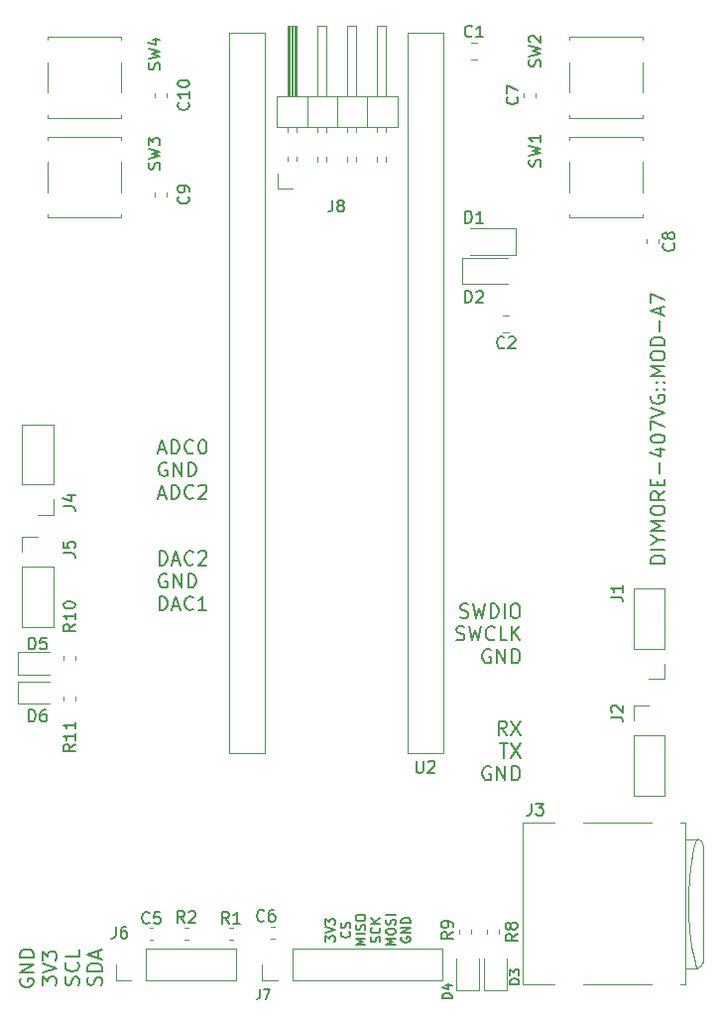
<source format=gbr>
G04 #@! TF.GenerationSoftware,KiCad,Pcbnew,(5.99.0-2378-g637571e0b-dirty)*
G04 #@! TF.CreationDate,2020-07-24T22:12:36+02:00*
G04 #@! TF.ProjectId,stm32f4_fpga,73746d33-3266-4345-9f66-7067612e6b69,rev?*
G04 #@! TF.SameCoordinates,Original*
G04 #@! TF.FileFunction,Legend,Top*
G04 #@! TF.FilePolarity,Positive*
%FSLAX46Y46*%
G04 Gerber Fmt 4.6, Leading zero omitted, Abs format (unit mm)*
G04 Created by KiCad (PCBNEW (5.99.0-2378-g637571e0b-dirty)) date 2020-07-24 22:12:36*
%MOMM*%
%LPD*%
G01*
G04 APERTURE LIST*
%ADD10C,0.150000*%
%ADD11C,0.200000*%
%ADD12C,0.120000*%
G04 APERTURE END LIST*
D10*
X146091904Y-86240476D02*
X146091904Y-85745238D01*
X146396666Y-86011904D01*
X146396666Y-85897619D01*
X146434761Y-85821428D01*
X146472857Y-85783333D01*
X146549047Y-85745238D01*
X146739523Y-85745238D01*
X146815714Y-85783333D01*
X146853809Y-85821428D01*
X146891904Y-85897619D01*
X146891904Y-86126190D01*
X146853809Y-86202380D01*
X146815714Y-86240476D01*
X146091904Y-85516666D02*
X146891904Y-85250000D01*
X146091904Y-84983333D01*
X146091904Y-84792857D02*
X146091904Y-84297619D01*
X146396666Y-84564285D01*
X146396666Y-84450000D01*
X146434761Y-84373809D01*
X146472857Y-84335714D01*
X146549047Y-84297619D01*
X146739523Y-84297619D01*
X146815714Y-84335714D01*
X146853809Y-84373809D01*
X146891904Y-84450000D01*
X146891904Y-84678571D01*
X146853809Y-84754761D01*
X146815714Y-84792857D01*
X148103714Y-85383333D02*
X148141809Y-85421428D01*
X148179904Y-85535714D01*
X148179904Y-85611904D01*
X148141809Y-85726190D01*
X148065619Y-85802380D01*
X147989428Y-85840476D01*
X147837047Y-85878571D01*
X147722761Y-85878571D01*
X147570380Y-85840476D01*
X147494190Y-85802380D01*
X147418000Y-85726190D01*
X147379904Y-85611904D01*
X147379904Y-85535714D01*
X147418000Y-85421428D01*
X147456095Y-85383333D01*
X148141809Y-85078571D02*
X148179904Y-84964285D01*
X148179904Y-84773809D01*
X148141809Y-84697619D01*
X148103714Y-84659523D01*
X148027523Y-84621428D01*
X147951333Y-84621428D01*
X147875142Y-84659523D01*
X147837047Y-84697619D01*
X147798952Y-84773809D01*
X147760857Y-84926190D01*
X147722761Y-85002380D01*
X147684666Y-85040476D01*
X147608476Y-85078571D01*
X147532285Y-85078571D01*
X147456095Y-85040476D01*
X147418000Y-85002380D01*
X147379904Y-84926190D01*
X147379904Y-84735714D01*
X147418000Y-84621428D01*
X149467904Y-86507142D02*
X148667904Y-86507142D01*
X149239333Y-86240476D01*
X148667904Y-85973809D01*
X149467904Y-85973809D01*
X149467904Y-85592857D02*
X148667904Y-85592857D01*
X149429809Y-85250000D02*
X149467904Y-85135714D01*
X149467904Y-84945238D01*
X149429809Y-84869047D01*
X149391714Y-84830952D01*
X149315523Y-84792857D01*
X149239333Y-84792857D01*
X149163142Y-84830952D01*
X149125047Y-84869047D01*
X149086952Y-84945238D01*
X149048857Y-85097619D01*
X149010761Y-85173809D01*
X148972666Y-85211904D01*
X148896476Y-85250000D01*
X148820285Y-85250000D01*
X148744095Y-85211904D01*
X148706000Y-85173809D01*
X148667904Y-85097619D01*
X148667904Y-84907142D01*
X148706000Y-84792857D01*
X148667904Y-84297619D02*
X148667904Y-84145238D01*
X148706000Y-84069047D01*
X148782190Y-83992857D01*
X148934571Y-83954761D01*
X149201238Y-83954761D01*
X149353619Y-83992857D01*
X149429809Y-84069047D01*
X149467904Y-84145238D01*
X149467904Y-84297619D01*
X149429809Y-84373809D01*
X149353619Y-84450000D01*
X149201238Y-84488095D01*
X148934571Y-84488095D01*
X148782190Y-84450000D01*
X148706000Y-84373809D01*
X148667904Y-84297619D01*
X150717809Y-86278571D02*
X150755904Y-86164285D01*
X150755904Y-85973809D01*
X150717809Y-85897619D01*
X150679714Y-85859523D01*
X150603523Y-85821428D01*
X150527333Y-85821428D01*
X150451142Y-85859523D01*
X150413047Y-85897619D01*
X150374952Y-85973809D01*
X150336857Y-86126190D01*
X150298761Y-86202380D01*
X150260666Y-86240476D01*
X150184476Y-86278571D01*
X150108285Y-86278571D01*
X150032095Y-86240476D01*
X149994000Y-86202380D01*
X149955904Y-86126190D01*
X149955904Y-85935714D01*
X149994000Y-85821428D01*
X150679714Y-85021428D02*
X150717809Y-85059523D01*
X150755904Y-85173809D01*
X150755904Y-85250000D01*
X150717809Y-85364285D01*
X150641619Y-85440476D01*
X150565428Y-85478571D01*
X150413047Y-85516666D01*
X150298761Y-85516666D01*
X150146380Y-85478571D01*
X150070190Y-85440476D01*
X149994000Y-85364285D01*
X149955904Y-85250000D01*
X149955904Y-85173809D01*
X149994000Y-85059523D01*
X150032095Y-85021428D01*
X150755904Y-84678571D02*
X149955904Y-84678571D01*
X150755904Y-84221428D02*
X150298761Y-84564285D01*
X149955904Y-84221428D02*
X150413047Y-84678571D01*
X152043904Y-86507142D02*
X151243904Y-86507142D01*
X151815333Y-86240476D01*
X151243904Y-85973809D01*
X152043904Y-85973809D01*
X151243904Y-85440476D02*
X151243904Y-85288095D01*
X151282000Y-85211904D01*
X151358190Y-85135714D01*
X151510571Y-85097619D01*
X151777238Y-85097619D01*
X151929619Y-85135714D01*
X152005809Y-85211904D01*
X152043904Y-85288095D01*
X152043904Y-85440476D01*
X152005809Y-85516666D01*
X151929619Y-85592857D01*
X151777238Y-85630952D01*
X151510571Y-85630952D01*
X151358190Y-85592857D01*
X151282000Y-85516666D01*
X151243904Y-85440476D01*
X152005809Y-84792857D02*
X152043904Y-84678571D01*
X152043904Y-84488095D01*
X152005809Y-84411904D01*
X151967714Y-84373809D01*
X151891523Y-84335714D01*
X151815333Y-84335714D01*
X151739142Y-84373809D01*
X151701047Y-84411904D01*
X151662952Y-84488095D01*
X151624857Y-84640476D01*
X151586761Y-84716666D01*
X151548666Y-84754761D01*
X151472476Y-84792857D01*
X151396285Y-84792857D01*
X151320095Y-84754761D01*
X151282000Y-84716666D01*
X151243904Y-84640476D01*
X151243904Y-84450000D01*
X151282000Y-84335714D01*
X152043904Y-83992857D02*
X151243904Y-83992857D01*
X152570000Y-85859523D02*
X152531904Y-85935714D01*
X152531904Y-86050000D01*
X152570000Y-86164285D01*
X152646190Y-86240476D01*
X152722380Y-86278571D01*
X152874761Y-86316666D01*
X152989047Y-86316666D01*
X153141428Y-86278571D01*
X153217619Y-86240476D01*
X153293809Y-86164285D01*
X153331904Y-86050000D01*
X153331904Y-85973809D01*
X153293809Y-85859523D01*
X153255714Y-85821428D01*
X152989047Y-85821428D01*
X152989047Y-85973809D01*
X153331904Y-85478571D02*
X152531904Y-85478571D01*
X153331904Y-85021428D01*
X152531904Y-85021428D01*
X153331904Y-84640476D02*
X152531904Y-84640476D01*
X152531904Y-84450000D01*
X152570000Y-84335714D01*
X152646190Y-84259523D01*
X152722380Y-84221428D01*
X152874761Y-84183333D01*
X152989047Y-84183333D01*
X153141428Y-84221428D01*
X153217619Y-84259523D01*
X153293809Y-84335714D01*
X153331904Y-84450000D01*
X153331904Y-84640476D01*
X120036000Y-89414285D02*
X119978857Y-89528571D01*
X119978857Y-89700000D01*
X120036000Y-89871428D01*
X120150285Y-89985714D01*
X120264571Y-90042857D01*
X120493142Y-90100000D01*
X120664571Y-90100000D01*
X120893142Y-90042857D01*
X121007428Y-89985714D01*
X121121714Y-89871428D01*
X121178857Y-89700000D01*
X121178857Y-89585714D01*
X121121714Y-89414285D01*
X121064571Y-89357142D01*
X120664571Y-89357142D01*
X120664571Y-89585714D01*
X121178857Y-88842857D02*
X119978857Y-88842857D01*
X121178857Y-88157142D01*
X119978857Y-88157142D01*
X121178857Y-87585714D02*
X119978857Y-87585714D01*
X119978857Y-87300000D01*
X120036000Y-87128571D01*
X120150285Y-87014285D01*
X120264571Y-86957142D01*
X120493142Y-86900000D01*
X120664571Y-86900000D01*
X120893142Y-86957142D01*
X121007428Y-87014285D01*
X121121714Y-87128571D01*
X121178857Y-87300000D01*
X121178857Y-87585714D01*
X121910857Y-89985714D02*
X121910857Y-89242857D01*
X122368000Y-89642857D01*
X122368000Y-89471428D01*
X122425142Y-89357142D01*
X122482285Y-89300000D01*
X122596571Y-89242857D01*
X122882285Y-89242857D01*
X122996571Y-89300000D01*
X123053714Y-89357142D01*
X123110857Y-89471428D01*
X123110857Y-89814285D01*
X123053714Y-89928571D01*
X122996571Y-89985714D01*
X121910857Y-88900000D02*
X123110857Y-88500000D01*
X121910857Y-88100000D01*
X121910857Y-87814285D02*
X121910857Y-87071428D01*
X122368000Y-87471428D01*
X122368000Y-87300000D01*
X122425142Y-87185714D01*
X122482285Y-87128571D01*
X122596571Y-87071428D01*
X122882285Y-87071428D01*
X122996571Y-87128571D01*
X123053714Y-87185714D01*
X123110857Y-87300000D01*
X123110857Y-87642857D01*
X123053714Y-87757142D01*
X122996571Y-87814285D01*
X124985714Y-89928571D02*
X125042857Y-89757142D01*
X125042857Y-89471428D01*
X124985714Y-89357142D01*
X124928571Y-89300000D01*
X124814285Y-89242857D01*
X124700000Y-89242857D01*
X124585714Y-89300000D01*
X124528571Y-89357142D01*
X124471428Y-89471428D01*
X124414285Y-89700000D01*
X124357142Y-89814285D01*
X124300000Y-89871428D01*
X124185714Y-89928571D01*
X124071428Y-89928571D01*
X123957142Y-89871428D01*
X123900000Y-89814285D01*
X123842857Y-89700000D01*
X123842857Y-89414285D01*
X123900000Y-89242857D01*
X124928571Y-88042857D02*
X124985714Y-88100000D01*
X125042857Y-88271428D01*
X125042857Y-88385714D01*
X124985714Y-88557142D01*
X124871428Y-88671428D01*
X124757142Y-88728571D01*
X124528571Y-88785714D01*
X124357142Y-88785714D01*
X124128571Y-88728571D01*
X124014285Y-88671428D01*
X123900000Y-88557142D01*
X123842857Y-88385714D01*
X123842857Y-88271428D01*
X123900000Y-88100000D01*
X123957142Y-88042857D01*
X125042857Y-86957142D02*
X125042857Y-87528571D01*
X123842857Y-87528571D01*
X126917714Y-89957142D02*
X126974857Y-89785714D01*
X126974857Y-89500000D01*
X126917714Y-89385714D01*
X126860571Y-89328571D01*
X126746285Y-89271428D01*
X126632000Y-89271428D01*
X126517714Y-89328571D01*
X126460571Y-89385714D01*
X126403428Y-89500000D01*
X126346285Y-89728571D01*
X126289142Y-89842857D01*
X126232000Y-89900000D01*
X126117714Y-89957142D01*
X126003428Y-89957142D01*
X125889142Y-89900000D01*
X125832000Y-89842857D01*
X125774857Y-89728571D01*
X125774857Y-89442857D01*
X125832000Y-89271428D01*
X126974857Y-88757142D02*
X125774857Y-88757142D01*
X125774857Y-88471428D01*
X125832000Y-88300000D01*
X125946285Y-88185714D01*
X126060571Y-88128571D01*
X126289142Y-88071428D01*
X126460571Y-88071428D01*
X126689142Y-88128571D01*
X126803428Y-88185714D01*
X126917714Y-88300000D01*
X126974857Y-88471428D01*
X126974857Y-88757142D01*
X126632000Y-87614285D02*
X126632000Y-87042857D01*
X126974857Y-87728571D02*
X125774857Y-87328571D01*
X126974857Y-86928571D01*
X131826071Y-44268000D02*
X132397500Y-44268000D01*
X131711785Y-44610857D02*
X132111785Y-43410857D01*
X132511785Y-44610857D01*
X132911785Y-44610857D02*
X132911785Y-43410857D01*
X133197500Y-43410857D01*
X133368928Y-43468000D01*
X133483214Y-43582285D01*
X133540357Y-43696571D01*
X133597500Y-43925142D01*
X133597500Y-44096571D01*
X133540357Y-44325142D01*
X133483214Y-44439428D01*
X133368928Y-44553714D01*
X133197500Y-44610857D01*
X132911785Y-44610857D01*
X134797500Y-44496571D02*
X134740357Y-44553714D01*
X134568928Y-44610857D01*
X134454642Y-44610857D01*
X134283214Y-44553714D01*
X134168928Y-44439428D01*
X134111785Y-44325142D01*
X134054642Y-44096571D01*
X134054642Y-43925142D01*
X134111785Y-43696571D01*
X134168928Y-43582285D01*
X134283214Y-43468000D01*
X134454642Y-43410857D01*
X134568928Y-43410857D01*
X134740357Y-43468000D01*
X134797500Y-43525142D01*
X135540357Y-43410857D02*
X135654642Y-43410857D01*
X135768928Y-43468000D01*
X135826071Y-43525142D01*
X135883214Y-43639428D01*
X135940357Y-43868000D01*
X135940357Y-44153714D01*
X135883214Y-44382285D01*
X135826071Y-44496571D01*
X135768928Y-44553714D01*
X135654642Y-44610857D01*
X135540357Y-44610857D01*
X135426071Y-44553714D01*
X135368928Y-44496571D01*
X135311785Y-44382285D01*
X135254642Y-44153714D01*
X135254642Y-43868000D01*
X135311785Y-43639428D01*
X135368928Y-43525142D01*
X135426071Y-43468000D01*
X135540357Y-43410857D01*
X132511785Y-45400000D02*
X132397500Y-45342857D01*
X132226071Y-45342857D01*
X132054642Y-45400000D01*
X131940357Y-45514285D01*
X131883214Y-45628571D01*
X131826071Y-45857142D01*
X131826071Y-46028571D01*
X131883214Y-46257142D01*
X131940357Y-46371428D01*
X132054642Y-46485714D01*
X132226071Y-46542857D01*
X132340357Y-46542857D01*
X132511785Y-46485714D01*
X132568928Y-46428571D01*
X132568928Y-46028571D01*
X132340357Y-46028571D01*
X133083214Y-46542857D02*
X133083214Y-45342857D01*
X133768928Y-46542857D01*
X133768928Y-45342857D01*
X134340357Y-46542857D02*
X134340357Y-45342857D01*
X134626071Y-45342857D01*
X134797500Y-45400000D01*
X134911785Y-45514285D01*
X134968928Y-45628571D01*
X135026071Y-45857142D01*
X135026071Y-46028571D01*
X134968928Y-46257142D01*
X134911785Y-46371428D01*
X134797500Y-46485714D01*
X134626071Y-46542857D01*
X134340357Y-46542857D01*
X131826071Y-48132000D02*
X132397500Y-48132000D01*
X131711785Y-48474857D02*
X132111785Y-47274857D01*
X132511785Y-48474857D01*
X132911785Y-48474857D02*
X132911785Y-47274857D01*
X133197500Y-47274857D01*
X133368928Y-47332000D01*
X133483214Y-47446285D01*
X133540357Y-47560571D01*
X133597500Y-47789142D01*
X133597500Y-47960571D01*
X133540357Y-48189142D01*
X133483214Y-48303428D01*
X133368928Y-48417714D01*
X133197500Y-48474857D01*
X132911785Y-48474857D01*
X134797500Y-48360571D02*
X134740357Y-48417714D01*
X134568928Y-48474857D01*
X134454642Y-48474857D01*
X134283214Y-48417714D01*
X134168928Y-48303428D01*
X134111785Y-48189142D01*
X134054642Y-47960571D01*
X134054642Y-47789142D01*
X134111785Y-47560571D01*
X134168928Y-47446285D01*
X134283214Y-47332000D01*
X134454642Y-47274857D01*
X134568928Y-47274857D01*
X134740357Y-47332000D01*
X134797500Y-47389142D01*
X135254642Y-47389142D02*
X135311785Y-47332000D01*
X135426071Y-47274857D01*
X135711785Y-47274857D01*
X135826071Y-47332000D01*
X135883214Y-47389142D01*
X135940357Y-47503428D01*
X135940357Y-47617714D01*
X135883214Y-47789142D01*
X135197500Y-48474857D01*
X135940357Y-48474857D01*
X131883214Y-54110857D02*
X131883214Y-52910857D01*
X132168928Y-52910857D01*
X132340357Y-52968000D01*
X132454642Y-53082285D01*
X132511785Y-53196571D01*
X132568928Y-53425142D01*
X132568928Y-53596571D01*
X132511785Y-53825142D01*
X132454642Y-53939428D01*
X132340357Y-54053714D01*
X132168928Y-54110857D01*
X131883214Y-54110857D01*
X133026071Y-53768000D02*
X133597500Y-53768000D01*
X132911785Y-54110857D02*
X133311785Y-52910857D01*
X133711785Y-54110857D01*
X134797500Y-53996571D02*
X134740357Y-54053714D01*
X134568928Y-54110857D01*
X134454642Y-54110857D01*
X134283214Y-54053714D01*
X134168928Y-53939428D01*
X134111785Y-53825142D01*
X134054642Y-53596571D01*
X134054642Y-53425142D01*
X134111785Y-53196571D01*
X134168928Y-53082285D01*
X134283214Y-52968000D01*
X134454642Y-52910857D01*
X134568928Y-52910857D01*
X134740357Y-52968000D01*
X134797500Y-53025142D01*
X135254642Y-53025142D02*
X135311785Y-52968000D01*
X135426071Y-52910857D01*
X135711785Y-52910857D01*
X135826071Y-52968000D01*
X135883214Y-53025142D01*
X135940357Y-53139428D01*
X135940357Y-53253714D01*
X135883214Y-53425142D01*
X135197500Y-54110857D01*
X135940357Y-54110857D01*
X132511785Y-54900000D02*
X132397500Y-54842857D01*
X132226071Y-54842857D01*
X132054642Y-54900000D01*
X131940357Y-55014285D01*
X131883214Y-55128571D01*
X131826071Y-55357142D01*
X131826071Y-55528571D01*
X131883214Y-55757142D01*
X131940357Y-55871428D01*
X132054642Y-55985714D01*
X132226071Y-56042857D01*
X132340357Y-56042857D01*
X132511785Y-55985714D01*
X132568928Y-55928571D01*
X132568928Y-55528571D01*
X132340357Y-55528571D01*
X133083214Y-56042857D02*
X133083214Y-54842857D01*
X133768928Y-56042857D01*
X133768928Y-54842857D01*
X134340357Y-56042857D02*
X134340357Y-54842857D01*
X134626071Y-54842857D01*
X134797500Y-54900000D01*
X134911785Y-55014285D01*
X134968928Y-55128571D01*
X135026071Y-55357142D01*
X135026071Y-55528571D01*
X134968928Y-55757142D01*
X134911785Y-55871428D01*
X134797500Y-55985714D01*
X134626071Y-56042857D01*
X134340357Y-56042857D01*
X131883214Y-57974857D02*
X131883214Y-56774857D01*
X132168928Y-56774857D01*
X132340357Y-56832000D01*
X132454642Y-56946285D01*
X132511785Y-57060571D01*
X132568928Y-57289142D01*
X132568928Y-57460571D01*
X132511785Y-57689142D01*
X132454642Y-57803428D01*
X132340357Y-57917714D01*
X132168928Y-57974857D01*
X131883214Y-57974857D01*
X133026071Y-57632000D02*
X133597500Y-57632000D01*
X132911785Y-57974857D02*
X133311785Y-56774857D01*
X133711785Y-57974857D01*
X134797500Y-57860571D02*
X134740357Y-57917714D01*
X134568928Y-57974857D01*
X134454642Y-57974857D01*
X134283214Y-57917714D01*
X134168928Y-57803428D01*
X134111785Y-57689142D01*
X134054642Y-57460571D01*
X134054642Y-57289142D01*
X134111785Y-57060571D01*
X134168928Y-56946285D01*
X134283214Y-56832000D01*
X134454642Y-56774857D01*
X134568928Y-56774857D01*
X134740357Y-56832000D01*
X134797500Y-56889142D01*
X135940357Y-57974857D02*
X135254642Y-57974857D01*
X135597500Y-57974857D02*
X135597500Y-56774857D01*
X135483214Y-56946285D01*
X135368928Y-57060571D01*
X135254642Y-57117714D01*
X157588214Y-58553714D02*
X157759642Y-58610857D01*
X158045357Y-58610857D01*
X158159642Y-58553714D01*
X158216785Y-58496571D01*
X158273928Y-58382285D01*
X158273928Y-58268000D01*
X158216785Y-58153714D01*
X158159642Y-58096571D01*
X158045357Y-58039428D01*
X157816785Y-57982285D01*
X157702500Y-57925142D01*
X157645357Y-57868000D01*
X157588214Y-57753714D01*
X157588214Y-57639428D01*
X157645357Y-57525142D01*
X157702500Y-57468000D01*
X157816785Y-57410857D01*
X158102500Y-57410857D01*
X158273928Y-57468000D01*
X158673928Y-57410857D02*
X158959642Y-58610857D01*
X159188214Y-57753714D01*
X159416785Y-58610857D01*
X159702500Y-57410857D01*
X160159642Y-58610857D02*
X160159642Y-57410857D01*
X160445357Y-57410857D01*
X160616785Y-57468000D01*
X160731071Y-57582285D01*
X160788214Y-57696571D01*
X160845357Y-57925142D01*
X160845357Y-58096571D01*
X160788214Y-58325142D01*
X160731071Y-58439428D01*
X160616785Y-58553714D01*
X160445357Y-58610857D01*
X160159642Y-58610857D01*
X161359642Y-58610857D02*
X161359642Y-57410857D01*
X162159642Y-57410857D02*
X162388214Y-57410857D01*
X162502500Y-57468000D01*
X162616785Y-57582285D01*
X162673928Y-57810857D01*
X162673928Y-58210857D01*
X162616785Y-58439428D01*
X162502500Y-58553714D01*
X162388214Y-58610857D01*
X162159642Y-58610857D01*
X162045357Y-58553714D01*
X161931071Y-58439428D01*
X161873928Y-58210857D01*
X161873928Y-57810857D01*
X161931071Y-57582285D01*
X162045357Y-57468000D01*
X162159642Y-57410857D01*
X157245357Y-60485714D02*
X157416785Y-60542857D01*
X157702500Y-60542857D01*
X157816785Y-60485714D01*
X157873928Y-60428571D01*
X157931071Y-60314285D01*
X157931071Y-60200000D01*
X157873928Y-60085714D01*
X157816785Y-60028571D01*
X157702500Y-59971428D01*
X157473928Y-59914285D01*
X157359642Y-59857142D01*
X157302500Y-59800000D01*
X157245357Y-59685714D01*
X157245357Y-59571428D01*
X157302500Y-59457142D01*
X157359642Y-59400000D01*
X157473928Y-59342857D01*
X157759642Y-59342857D01*
X157931071Y-59400000D01*
X158331071Y-59342857D02*
X158616785Y-60542857D01*
X158845357Y-59685714D01*
X159073928Y-60542857D01*
X159359642Y-59342857D01*
X160502500Y-60428571D02*
X160445357Y-60485714D01*
X160273928Y-60542857D01*
X160159642Y-60542857D01*
X159988214Y-60485714D01*
X159873928Y-60371428D01*
X159816785Y-60257142D01*
X159759642Y-60028571D01*
X159759642Y-59857142D01*
X159816785Y-59628571D01*
X159873928Y-59514285D01*
X159988214Y-59400000D01*
X160159642Y-59342857D01*
X160273928Y-59342857D01*
X160445357Y-59400000D01*
X160502500Y-59457142D01*
X161588214Y-60542857D02*
X161016785Y-60542857D01*
X161016785Y-59342857D01*
X161988214Y-60542857D02*
X161988214Y-59342857D01*
X162673928Y-60542857D02*
X162159642Y-59857142D01*
X162673928Y-59342857D02*
X161988214Y-60028571D01*
X160159642Y-61332000D02*
X160045357Y-61274857D01*
X159873928Y-61274857D01*
X159702500Y-61332000D01*
X159588214Y-61446285D01*
X159531071Y-61560571D01*
X159473928Y-61789142D01*
X159473928Y-61960571D01*
X159531071Y-62189142D01*
X159588214Y-62303428D01*
X159702500Y-62417714D01*
X159873928Y-62474857D01*
X159988214Y-62474857D01*
X160159642Y-62417714D01*
X160216785Y-62360571D01*
X160216785Y-61960571D01*
X159988214Y-61960571D01*
X160731071Y-62474857D02*
X160731071Y-61274857D01*
X161416785Y-62474857D01*
X161416785Y-61274857D01*
X161988214Y-62474857D02*
X161988214Y-61274857D01*
X162273928Y-61274857D01*
X162445357Y-61332000D01*
X162559642Y-61446285D01*
X162616785Y-61560571D01*
X162673928Y-61789142D01*
X162673928Y-61960571D01*
X162616785Y-62189142D01*
X162559642Y-62303428D01*
X162445357Y-62417714D01*
X162273928Y-62474857D01*
X161988214Y-62474857D01*
X161531071Y-68610857D02*
X161131071Y-68039428D01*
X160845357Y-68610857D02*
X160845357Y-67410857D01*
X161302500Y-67410857D01*
X161416785Y-67468000D01*
X161473928Y-67525142D01*
X161531071Y-67639428D01*
X161531071Y-67810857D01*
X161473928Y-67925142D01*
X161416785Y-67982285D01*
X161302500Y-68039428D01*
X160845357Y-68039428D01*
X161931071Y-67410857D02*
X162731071Y-68610857D01*
X162731071Y-67410857D02*
X161931071Y-68610857D01*
X160959642Y-69342857D02*
X161645357Y-69342857D01*
X161302500Y-70542857D02*
X161302500Y-69342857D01*
X161931071Y-69342857D02*
X162731071Y-70542857D01*
X162731071Y-69342857D02*
X161931071Y-70542857D01*
X160159642Y-71332000D02*
X160045357Y-71274857D01*
X159873928Y-71274857D01*
X159702500Y-71332000D01*
X159588214Y-71446285D01*
X159531071Y-71560571D01*
X159473928Y-71789142D01*
X159473928Y-71960571D01*
X159531071Y-72189142D01*
X159588214Y-72303428D01*
X159702500Y-72417714D01*
X159873928Y-72474857D01*
X159988214Y-72474857D01*
X160159642Y-72417714D01*
X160216785Y-72360571D01*
X160216785Y-71960571D01*
X159988214Y-71960571D01*
X160731071Y-72474857D02*
X160731071Y-71274857D01*
X161416785Y-72474857D01*
X161416785Y-71274857D01*
X161988214Y-72474857D02*
X161988214Y-71274857D01*
X162273928Y-71274857D01*
X162445357Y-71332000D01*
X162559642Y-71446285D01*
X162616785Y-71560571D01*
X162673928Y-71789142D01*
X162673928Y-71960571D01*
X162616785Y-72189142D01*
X162559642Y-72303428D01*
X162445357Y-72417714D01*
X162273928Y-72474857D01*
X161988214Y-72474857D01*
D11*
X175042857Y-53957142D02*
X173842857Y-53957142D01*
X173842857Y-53671428D01*
X173900000Y-53500000D01*
X174014285Y-53385714D01*
X174128571Y-53328571D01*
X174357142Y-53271428D01*
X174528571Y-53271428D01*
X174757142Y-53328571D01*
X174871428Y-53385714D01*
X174985714Y-53500000D01*
X175042857Y-53671428D01*
X175042857Y-53957142D01*
X175042857Y-52757142D02*
X173842857Y-52757142D01*
X174471428Y-51957142D02*
X175042857Y-51957142D01*
X173842857Y-52357142D02*
X174471428Y-51957142D01*
X173842857Y-51557142D01*
X175042857Y-51157142D02*
X173842857Y-51157142D01*
X174700000Y-50757142D01*
X173842857Y-50357142D01*
X175042857Y-50357142D01*
X173842857Y-49557142D02*
X173842857Y-49328571D01*
X173900000Y-49214285D01*
X174014285Y-49100000D01*
X174242857Y-49042857D01*
X174642857Y-49042857D01*
X174871428Y-49100000D01*
X174985714Y-49214285D01*
X175042857Y-49328571D01*
X175042857Y-49557142D01*
X174985714Y-49671428D01*
X174871428Y-49785714D01*
X174642857Y-49842857D01*
X174242857Y-49842857D01*
X174014285Y-49785714D01*
X173900000Y-49671428D01*
X173842857Y-49557142D01*
X175042857Y-47842857D02*
X174471428Y-48242857D01*
X175042857Y-48528571D02*
X173842857Y-48528571D01*
X173842857Y-48071428D01*
X173900000Y-47957142D01*
X173957142Y-47900000D01*
X174071428Y-47842857D01*
X174242857Y-47842857D01*
X174357142Y-47900000D01*
X174414285Y-47957142D01*
X174471428Y-48071428D01*
X174471428Y-48528571D01*
X174414285Y-47328571D02*
X174414285Y-46928571D01*
X175042857Y-46757142D02*
X175042857Y-47328571D01*
X173842857Y-47328571D01*
X173842857Y-46757142D01*
X174585714Y-46242857D02*
X174585714Y-45328571D01*
X174242857Y-44242857D02*
X175042857Y-44242857D01*
X173785714Y-44528571D02*
X174642857Y-44814285D01*
X174642857Y-44071428D01*
X173842857Y-43385714D02*
X173842857Y-43271428D01*
X173900000Y-43157142D01*
X173957142Y-43100000D01*
X174071428Y-43042857D01*
X174300000Y-42985714D01*
X174585714Y-42985714D01*
X174814285Y-43042857D01*
X174928571Y-43100000D01*
X174985714Y-43157142D01*
X175042857Y-43271428D01*
X175042857Y-43385714D01*
X174985714Y-43500000D01*
X174928571Y-43557142D01*
X174814285Y-43614285D01*
X174585714Y-43671428D01*
X174300000Y-43671428D01*
X174071428Y-43614285D01*
X173957142Y-43557142D01*
X173900000Y-43500000D01*
X173842857Y-43385714D01*
X173842857Y-42585714D02*
X173842857Y-41785714D01*
X175042857Y-42300000D01*
X173842857Y-41500000D02*
X175042857Y-41100000D01*
X173842857Y-40700000D01*
X173900000Y-39671428D02*
X173842857Y-39785714D01*
X173842857Y-39957142D01*
X173900000Y-40128571D01*
X174014285Y-40242857D01*
X174128571Y-40300000D01*
X174357142Y-40357142D01*
X174528571Y-40357142D01*
X174757142Y-40300000D01*
X174871428Y-40242857D01*
X174985714Y-40128571D01*
X175042857Y-39957142D01*
X175042857Y-39842857D01*
X174985714Y-39671428D01*
X174928571Y-39614285D01*
X174528571Y-39614285D01*
X174528571Y-39842857D01*
X174928571Y-39100000D02*
X174985714Y-39042857D01*
X175042857Y-39100000D01*
X174985714Y-39157142D01*
X174928571Y-39100000D01*
X175042857Y-39100000D01*
X174300000Y-39100000D02*
X174357142Y-39042857D01*
X174414285Y-39100000D01*
X174357142Y-39157142D01*
X174300000Y-39100000D01*
X174414285Y-39100000D01*
X174928571Y-38528571D02*
X174985714Y-38471428D01*
X175042857Y-38528571D01*
X174985714Y-38585714D01*
X174928571Y-38528571D01*
X175042857Y-38528571D01*
X174300000Y-38528571D02*
X174357142Y-38471428D01*
X174414285Y-38528571D01*
X174357142Y-38585714D01*
X174300000Y-38528571D01*
X174414285Y-38528571D01*
X175042857Y-37957142D02*
X173842857Y-37957142D01*
X174700000Y-37557142D01*
X173842857Y-37157142D01*
X175042857Y-37157142D01*
X173842857Y-36357142D02*
X173842857Y-36128571D01*
X173900000Y-36014285D01*
X174014285Y-35900000D01*
X174242857Y-35842857D01*
X174642857Y-35842857D01*
X174871428Y-35900000D01*
X174985714Y-36014285D01*
X175042857Y-36128571D01*
X175042857Y-36357142D01*
X174985714Y-36471428D01*
X174871428Y-36585714D01*
X174642857Y-36642857D01*
X174242857Y-36642857D01*
X174014285Y-36585714D01*
X173900000Y-36471428D01*
X173842857Y-36357142D01*
X175042857Y-35328571D02*
X173842857Y-35328571D01*
X173842857Y-35042857D01*
X173900000Y-34871428D01*
X174014285Y-34757142D01*
X174128571Y-34700000D01*
X174357142Y-34642857D01*
X174528571Y-34642857D01*
X174757142Y-34700000D01*
X174871428Y-34757142D01*
X174985714Y-34871428D01*
X175042857Y-35042857D01*
X175042857Y-35328571D01*
X174585714Y-34128571D02*
X174585714Y-33214285D01*
X174700000Y-32700000D02*
X174700000Y-32128571D01*
X175042857Y-32814285D02*
X173842857Y-32414285D01*
X175042857Y-32014285D01*
X173842857Y-31728571D02*
X173842857Y-30928571D01*
X175042857Y-31442857D01*
D10*
X131904761Y-11833333D02*
X131952380Y-11690476D01*
X131952380Y-11452380D01*
X131904761Y-11357142D01*
X131857142Y-11309523D01*
X131761904Y-11261904D01*
X131666666Y-11261904D01*
X131571428Y-11309523D01*
X131523809Y-11357142D01*
X131476190Y-11452380D01*
X131428571Y-11642857D01*
X131380952Y-11738095D01*
X131333333Y-11785714D01*
X131238095Y-11833333D01*
X131142857Y-11833333D01*
X131047619Y-11785714D01*
X131000000Y-11738095D01*
X130952380Y-11642857D01*
X130952380Y-11404761D01*
X131000000Y-11261904D01*
X130952380Y-10928571D02*
X131952380Y-10690476D01*
X131238095Y-10500000D01*
X131952380Y-10309523D01*
X130952380Y-10071428D01*
X131285714Y-9261904D02*
X131952380Y-9261904D01*
X130904761Y-9500000D02*
X131619047Y-9738095D01*
X131619047Y-9119047D01*
X131904761Y-20333333D02*
X131952380Y-20190476D01*
X131952380Y-19952380D01*
X131904761Y-19857142D01*
X131857142Y-19809523D01*
X131761904Y-19761904D01*
X131666666Y-19761904D01*
X131571428Y-19809523D01*
X131523809Y-19857142D01*
X131476190Y-19952380D01*
X131428571Y-20142857D01*
X131380952Y-20238095D01*
X131333333Y-20285714D01*
X131238095Y-20333333D01*
X131142857Y-20333333D01*
X131047619Y-20285714D01*
X131000000Y-20238095D01*
X130952380Y-20142857D01*
X130952380Y-19904761D01*
X131000000Y-19761904D01*
X130952380Y-19428571D02*
X131952380Y-19190476D01*
X131238095Y-19000000D01*
X131952380Y-18809523D01*
X130952380Y-18571428D01*
X130952380Y-18285714D02*
X130952380Y-17666666D01*
X131333333Y-18000000D01*
X131333333Y-17857142D01*
X131380952Y-17761904D01*
X131428571Y-17714285D01*
X131523809Y-17666666D01*
X131761904Y-17666666D01*
X131857142Y-17714285D01*
X131904761Y-17761904D01*
X131952380Y-17857142D01*
X131952380Y-18142857D01*
X131904761Y-18238095D01*
X131857142Y-18285714D01*
X124702380Y-69392857D02*
X124226190Y-69726190D01*
X124702380Y-69964285D02*
X123702380Y-69964285D01*
X123702380Y-69583333D01*
X123750000Y-69488095D01*
X123797619Y-69440476D01*
X123892857Y-69392857D01*
X124035714Y-69392857D01*
X124130952Y-69440476D01*
X124178571Y-69488095D01*
X124226190Y-69583333D01*
X124226190Y-69964285D01*
X124702380Y-68440476D02*
X124702380Y-69011904D01*
X124702380Y-68726190D02*
X123702380Y-68726190D01*
X123845238Y-68821428D01*
X123940476Y-68916666D01*
X123988095Y-69011904D01*
X124702380Y-67488095D02*
X124702380Y-68059523D01*
X124702380Y-67773809D02*
X123702380Y-67773809D01*
X123845238Y-67869047D01*
X123940476Y-67964285D01*
X123988095Y-68059523D01*
X124702380Y-59142857D02*
X124226190Y-59476190D01*
X124702380Y-59714285D02*
X123702380Y-59714285D01*
X123702380Y-59333333D01*
X123750000Y-59238095D01*
X123797619Y-59190476D01*
X123892857Y-59142857D01*
X124035714Y-59142857D01*
X124130952Y-59190476D01*
X124178571Y-59238095D01*
X124226190Y-59333333D01*
X124226190Y-59714285D01*
X124702380Y-58190476D02*
X124702380Y-58761904D01*
X124702380Y-58476190D02*
X123702380Y-58476190D01*
X123845238Y-58571428D01*
X123940476Y-58666666D01*
X123988095Y-58761904D01*
X123702380Y-57571428D02*
X123702380Y-57476190D01*
X123750000Y-57380952D01*
X123797619Y-57333333D01*
X123892857Y-57285714D01*
X124083333Y-57238095D01*
X124321428Y-57238095D01*
X124511904Y-57285714D01*
X124607142Y-57333333D01*
X124654761Y-57380952D01*
X124702380Y-57476190D01*
X124702380Y-57571428D01*
X124654761Y-57666666D01*
X124607142Y-57714285D01*
X124511904Y-57761904D01*
X124321428Y-57809523D01*
X124083333Y-57809523D01*
X123892857Y-57761904D01*
X123797619Y-57714285D01*
X123750000Y-57666666D01*
X123702380Y-57571428D01*
X120761904Y-67452380D02*
X120761904Y-66452380D01*
X121000000Y-66452380D01*
X121142857Y-66500000D01*
X121238095Y-66595238D01*
X121285714Y-66690476D01*
X121333333Y-66880952D01*
X121333333Y-67023809D01*
X121285714Y-67214285D01*
X121238095Y-67309523D01*
X121142857Y-67404761D01*
X121000000Y-67452380D01*
X120761904Y-67452380D01*
X122190476Y-66452380D02*
X122000000Y-66452380D01*
X121904761Y-66500000D01*
X121857142Y-66547619D01*
X121761904Y-66690476D01*
X121714285Y-66880952D01*
X121714285Y-67261904D01*
X121761904Y-67357142D01*
X121809523Y-67404761D01*
X121904761Y-67452380D01*
X122095238Y-67452380D01*
X122190476Y-67404761D01*
X122238095Y-67357142D01*
X122285714Y-67261904D01*
X122285714Y-67023809D01*
X122238095Y-66928571D01*
X122190476Y-66880952D01*
X122095238Y-66833333D01*
X121904761Y-66833333D01*
X121809523Y-66880952D01*
X121761904Y-66928571D01*
X121714285Y-67023809D01*
X120761904Y-61302380D02*
X120761904Y-60302380D01*
X121000000Y-60302380D01*
X121142857Y-60350000D01*
X121238095Y-60445238D01*
X121285714Y-60540476D01*
X121333333Y-60730952D01*
X121333333Y-60873809D01*
X121285714Y-61064285D01*
X121238095Y-61159523D01*
X121142857Y-61254761D01*
X121000000Y-61302380D01*
X120761904Y-61302380D01*
X122238095Y-60302380D02*
X121761904Y-60302380D01*
X121714285Y-60778571D01*
X121761904Y-60730952D01*
X121857142Y-60683333D01*
X122095238Y-60683333D01*
X122190476Y-60730952D01*
X122238095Y-60778571D01*
X122285714Y-60873809D01*
X122285714Y-61111904D01*
X122238095Y-61207142D01*
X122190476Y-61254761D01*
X122095238Y-61302380D01*
X121857142Y-61302380D01*
X121761904Y-61254761D01*
X121714285Y-61207142D01*
X134357142Y-14642857D02*
X134404761Y-14690476D01*
X134452380Y-14833333D01*
X134452380Y-14928571D01*
X134404761Y-15071428D01*
X134309523Y-15166666D01*
X134214285Y-15214285D01*
X134023809Y-15261904D01*
X133880952Y-15261904D01*
X133690476Y-15214285D01*
X133595238Y-15166666D01*
X133500000Y-15071428D01*
X133452380Y-14928571D01*
X133452380Y-14833333D01*
X133500000Y-14690476D01*
X133547619Y-14642857D01*
X134452380Y-13690476D02*
X134452380Y-14261904D01*
X134452380Y-13976190D02*
X133452380Y-13976190D01*
X133595238Y-14071428D01*
X133690476Y-14166666D01*
X133738095Y-14261904D01*
X133452380Y-13071428D02*
X133452380Y-12976190D01*
X133500000Y-12880952D01*
X133547619Y-12833333D01*
X133642857Y-12785714D01*
X133833333Y-12738095D01*
X134071428Y-12738095D01*
X134261904Y-12785714D01*
X134357142Y-12833333D01*
X134404761Y-12880952D01*
X134452380Y-12976190D01*
X134452380Y-13071428D01*
X134404761Y-13166666D01*
X134357142Y-13214285D01*
X134261904Y-13261904D01*
X134071428Y-13309523D01*
X133833333Y-13309523D01*
X133642857Y-13261904D01*
X133547619Y-13214285D01*
X133500000Y-13166666D01*
X133452380Y-13071428D01*
X134357142Y-22666666D02*
X134404761Y-22714285D01*
X134452380Y-22857142D01*
X134452380Y-22952380D01*
X134404761Y-23095238D01*
X134309523Y-23190476D01*
X134214285Y-23238095D01*
X134023809Y-23285714D01*
X133880952Y-23285714D01*
X133690476Y-23238095D01*
X133595238Y-23190476D01*
X133500000Y-23095238D01*
X133452380Y-22952380D01*
X133452380Y-22857142D01*
X133500000Y-22714285D01*
X133547619Y-22666666D01*
X134452380Y-22190476D02*
X134452380Y-22000000D01*
X134404761Y-21904761D01*
X134357142Y-21857142D01*
X134214285Y-21761904D01*
X134023809Y-21714285D01*
X133642857Y-21714285D01*
X133547619Y-21761904D01*
X133500000Y-21809523D01*
X133452380Y-21904761D01*
X133452380Y-22095238D01*
X133500000Y-22190476D01*
X133547619Y-22238095D01*
X133642857Y-22285714D01*
X133880952Y-22285714D01*
X133976190Y-22238095D01*
X134023809Y-22190476D01*
X134071428Y-22095238D01*
X134071428Y-21904761D01*
X134023809Y-21809523D01*
X133976190Y-21761904D01*
X133880952Y-21714285D01*
X156952380Y-85416666D02*
X156476190Y-85750000D01*
X156952380Y-85988095D02*
X155952380Y-85988095D01*
X155952380Y-85607142D01*
X156000000Y-85511904D01*
X156047619Y-85464285D01*
X156142857Y-85416666D01*
X156285714Y-85416666D01*
X156380952Y-85464285D01*
X156428571Y-85511904D01*
X156476190Y-85607142D01*
X156476190Y-85988095D01*
X156952380Y-84940476D02*
X156952380Y-84750000D01*
X156904761Y-84654761D01*
X156857142Y-84607142D01*
X156714285Y-84511904D01*
X156523809Y-84464285D01*
X156142857Y-84464285D01*
X156047619Y-84511904D01*
X156000000Y-84559523D01*
X155952380Y-84654761D01*
X155952380Y-84845238D01*
X156000000Y-84940476D01*
X156047619Y-84988095D01*
X156142857Y-85035714D01*
X156380952Y-85035714D01*
X156476190Y-84988095D01*
X156523809Y-84940476D01*
X156571428Y-84845238D01*
X156571428Y-84654761D01*
X156523809Y-84559523D01*
X156476190Y-84511904D01*
X156380952Y-84464285D01*
X162452380Y-85566666D02*
X161976190Y-85900000D01*
X162452380Y-86138095D02*
X161452380Y-86138095D01*
X161452380Y-85757142D01*
X161500000Y-85661904D01*
X161547619Y-85614285D01*
X161642857Y-85566666D01*
X161785714Y-85566666D01*
X161880952Y-85614285D01*
X161928571Y-85661904D01*
X161976190Y-85757142D01*
X161976190Y-86138095D01*
X161880952Y-84995238D02*
X161833333Y-85090476D01*
X161785714Y-85138095D01*
X161690476Y-85185714D01*
X161642857Y-85185714D01*
X161547619Y-85138095D01*
X161500000Y-85090476D01*
X161452380Y-84995238D01*
X161452380Y-84804761D01*
X161500000Y-84709523D01*
X161547619Y-84661904D01*
X161642857Y-84614285D01*
X161690476Y-84614285D01*
X161785714Y-84661904D01*
X161833333Y-84709523D01*
X161880952Y-84804761D01*
X161880952Y-84995238D01*
X161928571Y-85090476D01*
X161976190Y-85138095D01*
X162071428Y-85185714D01*
X162261904Y-85185714D01*
X162357142Y-85138095D01*
X162404761Y-85090476D01*
X162452380Y-84995238D01*
X162452380Y-84804761D01*
X162404761Y-84709523D01*
X162357142Y-84661904D01*
X162261904Y-84614285D01*
X162071428Y-84614285D01*
X161976190Y-84661904D01*
X161928571Y-84709523D01*
X161880952Y-84804761D01*
X156861904Y-91090476D02*
X156061904Y-91090476D01*
X156061904Y-90900000D01*
X156100000Y-90785714D01*
X156176190Y-90709523D01*
X156252380Y-90671428D01*
X156404761Y-90633333D01*
X156519047Y-90633333D01*
X156671428Y-90671428D01*
X156747619Y-90709523D01*
X156823809Y-90785714D01*
X156861904Y-90900000D01*
X156861904Y-91090476D01*
X156328571Y-89947619D02*
X156861904Y-89947619D01*
X156023809Y-90138095D02*
X156595238Y-90328571D01*
X156595238Y-89833333D01*
X162611904Y-89840476D02*
X161811904Y-89840476D01*
X161811904Y-89650000D01*
X161850000Y-89535714D01*
X161926190Y-89459523D01*
X162002380Y-89421428D01*
X162154761Y-89383333D01*
X162269047Y-89383333D01*
X162421428Y-89421428D01*
X162497619Y-89459523D01*
X162573809Y-89535714D01*
X162611904Y-89650000D01*
X162611904Y-89840476D01*
X161811904Y-89116666D02*
X161811904Y-88621428D01*
X162116666Y-88888095D01*
X162116666Y-88773809D01*
X162154761Y-88697619D01*
X162192857Y-88659523D01*
X162269047Y-88621428D01*
X162459523Y-88621428D01*
X162535714Y-88659523D01*
X162573809Y-88697619D01*
X162611904Y-88773809D01*
X162611904Y-89002380D01*
X162573809Y-89078571D01*
X162535714Y-89116666D01*
X164404761Y-11583333D02*
X164452380Y-11440476D01*
X164452380Y-11202380D01*
X164404761Y-11107142D01*
X164357142Y-11059523D01*
X164261904Y-11011904D01*
X164166666Y-11011904D01*
X164071428Y-11059523D01*
X164023809Y-11107142D01*
X163976190Y-11202380D01*
X163928571Y-11392857D01*
X163880952Y-11488095D01*
X163833333Y-11535714D01*
X163738095Y-11583333D01*
X163642857Y-11583333D01*
X163547619Y-11535714D01*
X163500000Y-11488095D01*
X163452380Y-11392857D01*
X163452380Y-11154761D01*
X163500000Y-11011904D01*
X163452380Y-10678571D02*
X164452380Y-10440476D01*
X163738095Y-10250000D01*
X164452380Y-10059523D01*
X163452380Y-9821428D01*
X163547619Y-9488095D02*
X163500000Y-9440476D01*
X163452380Y-9345238D01*
X163452380Y-9107142D01*
X163500000Y-9011904D01*
X163547619Y-8964285D01*
X163642857Y-8916666D01*
X163738095Y-8916666D01*
X163880952Y-8964285D01*
X164452380Y-9535714D01*
X164452380Y-8916666D01*
X175787142Y-26666666D02*
X175834761Y-26714285D01*
X175882380Y-26857142D01*
X175882380Y-26952380D01*
X175834761Y-27095238D01*
X175739523Y-27190476D01*
X175644285Y-27238095D01*
X175453809Y-27285714D01*
X175310952Y-27285714D01*
X175120476Y-27238095D01*
X175025238Y-27190476D01*
X174930000Y-27095238D01*
X174882380Y-26952380D01*
X174882380Y-26857142D01*
X174930000Y-26714285D01*
X174977619Y-26666666D01*
X175310952Y-26095238D02*
X175263333Y-26190476D01*
X175215714Y-26238095D01*
X175120476Y-26285714D01*
X175072857Y-26285714D01*
X174977619Y-26238095D01*
X174930000Y-26190476D01*
X174882380Y-26095238D01*
X174882380Y-25904761D01*
X174930000Y-25809523D01*
X174977619Y-25761904D01*
X175072857Y-25714285D01*
X175120476Y-25714285D01*
X175215714Y-25761904D01*
X175263333Y-25809523D01*
X175310952Y-25904761D01*
X175310952Y-26095238D01*
X175358571Y-26190476D01*
X175406190Y-26238095D01*
X175501428Y-26285714D01*
X175691904Y-26285714D01*
X175787142Y-26238095D01*
X175834761Y-26190476D01*
X175882380Y-26095238D01*
X175882380Y-25904761D01*
X175834761Y-25809523D01*
X175787142Y-25761904D01*
X175691904Y-25714285D01*
X175501428Y-25714285D01*
X175406190Y-25761904D01*
X175358571Y-25809523D01*
X175310952Y-25904761D01*
X162427142Y-14166666D02*
X162474761Y-14214285D01*
X162522380Y-14357142D01*
X162522380Y-14452380D01*
X162474761Y-14595238D01*
X162379523Y-14690476D01*
X162284285Y-14738095D01*
X162093809Y-14785714D01*
X161950952Y-14785714D01*
X161760476Y-14738095D01*
X161665238Y-14690476D01*
X161570000Y-14595238D01*
X161522380Y-14452380D01*
X161522380Y-14357142D01*
X161570000Y-14214285D01*
X161617619Y-14166666D01*
X161522380Y-13833333D02*
X161522380Y-13166666D01*
X162522380Y-13595238D01*
X140833333Y-84427142D02*
X140785714Y-84474761D01*
X140642857Y-84522380D01*
X140547619Y-84522380D01*
X140404761Y-84474761D01*
X140309523Y-84379523D01*
X140261904Y-84284285D01*
X140214285Y-84093809D01*
X140214285Y-83950952D01*
X140261904Y-83760476D01*
X140309523Y-83665238D01*
X140404761Y-83570000D01*
X140547619Y-83522380D01*
X140642857Y-83522380D01*
X140785714Y-83570000D01*
X140833333Y-83617619D01*
X141690476Y-83522380D02*
X141500000Y-83522380D01*
X141404761Y-83570000D01*
X141357142Y-83617619D01*
X141261904Y-83760476D01*
X141214285Y-83950952D01*
X141214285Y-84331904D01*
X141261904Y-84427142D01*
X141309523Y-84474761D01*
X141404761Y-84522380D01*
X141595238Y-84522380D01*
X141690476Y-84474761D01*
X141738095Y-84427142D01*
X141785714Y-84331904D01*
X141785714Y-84093809D01*
X141738095Y-83998571D01*
X141690476Y-83950952D01*
X141595238Y-83903333D01*
X141404761Y-83903333D01*
X141309523Y-83950952D01*
X141261904Y-83998571D01*
X141214285Y-84093809D01*
X131033333Y-84607142D02*
X130985714Y-84654761D01*
X130842857Y-84702380D01*
X130747619Y-84702380D01*
X130604761Y-84654761D01*
X130509523Y-84559523D01*
X130461904Y-84464285D01*
X130414285Y-84273809D01*
X130414285Y-84130952D01*
X130461904Y-83940476D01*
X130509523Y-83845238D01*
X130604761Y-83750000D01*
X130747619Y-83702380D01*
X130842857Y-83702380D01*
X130985714Y-83750000D01*
X131033333Y-83797619D01*
X131938095Y-83702380D02*
X131461904Y-83702380D01*
X131414285Y-84178571D01*
X131461904Y-84130952D01*
X131557142Y-84083333D01*
X131795238Y-84083333D01*
X131890476Y-84130952D01*
X131938095Y-84178571D01*
X131985714Y-84273809D01*
X131985714Y-84511904D01*
X131938095Y-84607142D01*
X131890476Y-84654761D01*
X131795238Y-84702380D01*
X131557142Y-84702380D01*
X131461904Y-84654761D01*
X131414285Y-84607142D01*
X164404761Y-20083333D02*
X164452380Y-19940476D01*
X164452380Y-19702380D01*
X164404761Y-19607142D01*
X164357142Y-19559523D01*
X164261904Y-19511904D01*
X164166666Y-19511904D01*
X164071428Y-19559523D01*
X164023809Y-19607142D01*
X163976190Y-19702380D01*
X163928571Y-19892857D01*
X163880952Y-19988095D01*
X163833333Y-20035714D01*
X163738095Y-20083333D01*
X163642857Y-20083333D01*
X163547619Y-20035714D01*
X163500000Y-19988095D01*
X163452380Y-19892857D01*
X163452380Y-19654761D01*
X163500000Y-19511904D01*
X163452380Y-19178571D02*
X164452380Y-18940476D01*
X163738095Y-18750000D01*
X164452380Y-18559523D01*
X163452380Y-18321428D01*
X164452380Y-17416666D02*
X164452380Y-17988095D01*
X164452380Y-17702380D02*
X163452380Y-17702380D01*
X163595238Y-17797619D01*
X163690476Y-17892857D01*
X163738095Y-17988095D01*
X158011904Y-31702380D02*
X158011904Y-30702380D01*
X158250000Y-30702380D01*
X158392857Y-30750000D01*
X158488095Y-30845238D01*
X158535714Y-30940476D01*
X158583333Y-31130952D01*
X158583333Y-31273809D01*
X158535714Y-31464285D01*
X158488095Y-31559523D01*
X158392857Y-31654761D01*
X158250000Y-31702380D01*
X158011904Y-31702380D01*
X158964285Y-30797619D02*
X159011904Y-30750000D01*
X159107142Y-30702380D01*
X159345238Y-30702380D01*
X159440476Y-30750000D01*
X159488095Y-30797619D01*
X159535714Y-30892857D01*
X159535714Y-30988095D01*
X159488095Y-31130952D01*
X158916666Y-31702380D01*
X159535714Y-31702380D01*
X158011904Y-24902380D02*
X158011904Y-23902380D01*
X158250000Y-23902380D01*
X158392857Y-23950000D01*
X158488095Y-24045238D01*
X158535714Y-24140476D01*
X158583333Y-24330952D01*
X158583333Y-24473809D01*
X158535714Y-24664285D01*
X158488095Y-24759523D01*
X158392857Y-24854761D01*
X158250000Y-24902380D01*
X158011904Y-24902380D01*
X159535714Y-24902380D02*
X158964285Y-24902380D01*
X159250000Y-24902380D02*
X159250000Y-23902380D01*
X159154761Y-24045238D01*
X159059523Y-24140476D01*
X158964285Y-24188095D01*
X146666666Y-22952380D02*
X146666666Y-23666666D01*
X146619047Y-23809523D01*
X146523809Y-23904761D01*
X146380952Y-23952380D01*
X146285714Y-23952380D01*
X147285714Y-23380952D02*
X147190476Y-23333333D01*
X147142857Y-23285714D01*
X147095238Y-23190476D01*
X147095238Y-23142857D01*
X147142857Y-23047619D01*
X147190476Y-23000000D01*
X147285714Y-22952380D01*
X147476190Y-22952380D01*
X147571428Y-23000000D01*
X147619047Y-23047619D01*
X147666666Y-23142857D01*
X147666666Y-23190476D01*
X147619047Y-23285714D01*
X147571428Y-23333333D01*
X147476190Y-23380952D01*
X147285714Y-23380952D01*
X147190476Y-23428571D01*
X147142857Y-23476190D01*
X147095238Y-23571428D01*
X147095238Y-23761904D01*
X147142857Y-23857142D01*
X147190476Y-23904761D01*
X147285714Y-23952380D01*
X147476190Y-23952380D01*
X147571428Y-23904761D01*
X147619047Y-23857142D01*
X147666666Y-23761904D01*
X147666666Y-23571428D01*
X147619047Y-23476190D01*
X147571428Y-23428571D01*
X147476190Y-23380952D01*
X153838095Y-70822380D02*
X153838095Y-71631904D01*
X153885714Y-71727142D01*
X153933333Y-71774761D01*
X154028571Y-71822380D01*
X154219047Y-71822380D01*
X154314285Y-71774761D01*
X154361904Y-71727142D01*
X154409523Y-71631904D01*
X154409523Y-70822380D01*
X154838095Y-70917619D02*
X154885714Y-70870000D01*
X154980952Y-70822380D01*
X155219047Y-70822380D01*
X155314285Y-70870000D01*
X155361904Y-70917619D01*
X155409523Y-71012857D01*
X155409523Y-71108095D01*
X155361904Y-71250952D01*
X154790476Y-71822380D01*
X155409523Y-71822380D01*
X134033333Y-84622380D02*
X133700000Y-84146190D01*
X133461904Y-84622380D02*
X133461904Y-83622380D01*
X133842857Y-83622380D01*
X133938095Y-83670000D01*
X133985714Y-83717619D01*
X134033333Y-83812857D01*
X134033333Y-83955714D01*
X133985714Y-84050952D01*
X133938095Y-84098571D01*
X133842857Y-84146190D01*
X133461904Y-84146190D01*
X134414285Y-83717619D02*
X134461904Y-83670000D01*
X134557142Y-83622380D01*
X134795238Y-83622380D01*
X134890476Y-83670000D01*
X134938095Y-83717619D01*
X134985714Y-83812857D01*
X134985714Y-83908095D01*
X134938095Y-84050952D01*
X134366666Y-84622380D01*
X134985714Y-84622380D01*
X137833333Y-84702380D02*
X137500000Y-84226190D01*
X137261904Y-84702380D02*
X137261904Y-83702380D01*
X137642857Y-83702380D01*
X137738095Y-83750000D01*
X137785714Y-83797619D01*
X137833333Y-83892857D01*
X137833333Y-84035714D01*
X137785714Y-84130952D01*
X137738095Y-84178571D01*
X137642857Y-84226190D01*
X137261904Y-84226190D01*
X138785714Y-84702380D02*
X138214285Y-84702380D01*
X138500000Y-84702380D02*
X138500000Y-83702380D01*
X138404761Y-83845238D01*
X138309523Y-83940476D01*
X138214285Y-83988095D01*
X140483333Y-90311904D02*
X140483333Y-90883333D01*
X140445238Y-90997619D01*
X140369047Y-91073809D01*
X140254761Y-91111904D01*
X140178571Y-91111904D01*
X140788095Y-90311904D02*
X141321428Y-90311904D01*
X140978571Y-91111904D01*
X128166666Y-84952380D02*
X128166666Y-85666666D01*
X128119047Y-85809523D01*
X128023809Y-85904761D01*
X127880952Y-85952380D01*
X127785714Y-85952380D01*
X129071428Y-84952380D02*
X128880952Y-84952380D01*
X128785714Y-85000000D01*
X128738095Y-85047619D01*
X128642857Y-85190476D01*
X128595238Y-85380952D01*
X128595238Y-85761904D01*
X128642857Y-85857142D01*
X128690476Y-85904761D01*
X128785714Y-85952380D01*
X128976190Y-85952380D01*
X129071428Y-85904761D01*
X129119047Y-85857142D01*
X129166666Y-85761904D01*
X129166666Y-85523809D01*
X129119047Y-85428571D01*
X129071428Y-85380952D01*
X128976190Y-85333333D01*
X128785714Y-85333333D01*
X128690476Y-85380952D01*
X128642857Y-85428571D01*
X128595238Y-85523809D01*
X123702380Y-53083333D02*
X124416666Y-53083333D01*
X124559523Y-53130952D01*
X124654761Y-53226190D01*
X124702380Y-53369047D01*
X124702380Y-53464285D01*
X123702380Y-52130952D02*
X123702380Y-52607142D01*
X124178571Y-52654761D01*
X124130952Y-52607142D01*
X124083333Y-52511904D01*
X124083333Y-52273809D01*
X124130952Y-52178571D01*
X124178571Y-52130952D01*
X124273809Y-52083333D01*
X124511904Y-52083333D01*
X124607142Y-52130952D01*
X124654761Y-52178571D01*
X124702380Y-52273809D01*
X124702380Y-52511904D01*
X124654761Y-52607142D01*
X124607142Y-52654761D01*
X123702380Y-49083333D02*
X124416666Y-49083333D01*
X124559523Y-49130952D01*
X124654761Y-49226190D01*
X124702380Y-49369047D01*
X124702380Y-49464285D01*
X124035714Y-48178571D02*
X124702380Y-48178571D01*
X123654761Y-48416666D02*
X124369047Y-48654761D01*
X124369047Y-48035714D01*
X170452380Y-56833333D02*
X171166666Y-56833333D01*
X171309523Y-56880952D01*
X171404761Y-56976190D01*
X171452380Y-57119047D01*
X171452380Y-57214285D01*
X171452380Y-55833333D02*
X171452380Y-56404761D01*
X171452380Y-56119047D02*
X170452380Y-56119047D01*
X170595238Y-56214285D01*
X170690476Y-56309523D01*
X170738095Y-56404761D01*
X163666666Y-74452380D02*
X163666666Y-75166666D01*
X163619047Y-75309523D01*
X163523809Y-75404761D01*
X163380952Y-75452380D01*
X163285714Y-75452380D01*
X164047619Y-74452380D02*
X164666666Y-74452380D01*
X164333333Y-74833333D01*
X164476190Y-74833333D01*
X164571428Y-74880952D01*
X164619047Y-74928571D01*
X164666666Y-75023809D01*
X164666666Y-75261904D01*
X164619047Y-75357142D01*
X164571428Y-75404761D01*
X164476190Y-75452380D01*
X164190476Y-75452380D01*
X164095238Y-75404761D01*
X164047619Y-75357142D01*
X170452380Y-67083333D02*
X171166666Y-67083333D01*
X171309523Y-67130952D01*
X171404761Y-67226190D01*
X171452380Y-67369047D01*
X171452380Y-67464285D01*
X170547619Y-66654761D02*
X170500000Y-66607142D01*
X170452380Y-66511904D01*
X170452380Y-66273809D01*
X170500000Y-66178571D01*
X170547619Y-66130952D01*
X170642857Y-66083333D01*
X170738095Y-66083333D01*
X170880952Y-66130952D01*
X171452380Y-66702380D01*
X171452380Y-66083333D01*
X161333333Y-35521180D02*
X161285714Y-35568799D01*
X161142857Y-35616418D01*
X161047619Y-35616418D01*
X160904761Y-35568799D01*
X160809523Y-35473561D01*
X160761904Y-35378323D01*
X160714285Y-35187847D01*
X160714285Y-35044990D01*
X160761904Y-34854514D01*
X160809523Y-34759276D01*
X160904761Y-34664038D01*
X161047619Y-34616418D01*
X161142857Y-34616418D01*
X161285714Y-34664038D01*
X161333333Y-34711657D01*
X161714285Y-34711657D02*
X161761904Y-34664038D01*
X161857142Y-34616418D01*
X162095238Y-34616418D01*
X162190476Y-34664038D01*
X162238095Y-34711657D01*
X162285714Y-34806895D01*
X162285714Y-34902133D01*
X162238095Y-35044990D01*
X161666666Y-35616418D01*
X162285714Y-35616418D01*
X158583333Y-8957142D02*
X158535714Y-9004761D01*
X158392857Y-9052380D01*
X158297619Y-9052380D01*
X158154761Y-9004761D01*
X158059523Y-8909523D01*
X158011904Y-8814285D01*
X157964285Y-8623809D01*
X157964285Y-8480952D01*
X158011904Y-8290476D01*
X158059523Y-8195238D01*
X158154761Y-8100000D01*
X158297619Y-8052380D01*
X158392857Y-8052380D01*
X158535714Y-8100000D01*
X158583333Y-8147619D01*
X159535714Y-9052380D02*
X158964285Y-9052380D01*
X159250000Y-9052380D02*
X159250000Y-8052380D01*
X159154761Y-8195238D01*
X159059523Y-8290476D01*
X158964285Y-8338095D01*
D12*
X122350000Y-13800000D02*
X122350000Y-11200000D01*
X128650000Y-9050000D02*
X128650000Y-9300000D01*
X122350000Y-9050000D02*
X128650000Y-9050000D01*
X122350000Y-9300000D02*
X122350000Y-9050000D01*
X128650000Y-11200000D02*
X128650000Y-13800000D01*
X122350000Y-15950000D02*
X122350000Y-15700000D01*
X128650000Y-15950000D02*
X122350000Y-15950000D01*
X128650000Y-15700000D02*
X128650000Y-15950000D01*
X122350000Y-22300000D02*
X122350000Y-19700000D01*
X128650000Y-17550000D02*
X128650000Y-17800000D01*
X122350000Y-17550000D02*
X128650000Y-17550000D01*
X122350000Y-17800000D02*
X122350000Y-17550000D01*
X128650000Y-19700000D02*
X128650000Y-22300000D01*
X122350000Y-24450000D02*
X122350000Y-24200000D01*
X128650000Y-24450000D02*
X122350000Y-24450000D01*
X128650000Y-24200000D02*
X128650000Y-24450000D01*
X124760000Y-65662779D02*
X124760000Y-65337221D01*
X123740000Y-65662779D02*
X123740000Y-65337221D01*
X123740000Y-61837221D02*
X123740000Y-62162779D01*
X124760000Y-61837221D02*
X124760000Y-62162779D01*
X119815000Y-65960000D02*
X122500000Y-65960000D01*
X119815000Y-64040000D02*
X119815000Y-65960000D01*
X122500000Y-64040000D02*
X119815000Y-64040000D01*
X119815000Y-63460000D02*
X122500000Y-63460000D01*
X119815000Y-61540000D02*
X119815000Y-63460000D01*
X122500000Y-61540000D02*
X119815000Y-61540000D01*
X132510000Y-14162779D02*
X132510000Y-13837221D01*
X131490000Y-14162779D02*
X131490000Y-13837221D01*
X132510000Y-22662779D02*
X132510000Y-22337221D01*
X131490000Y-22662779D02*
X131490000Y-22337221D01*
X157490000Y-85237221D02*
X157490000Y-85562779D01*
X158510000Y-85237221D02*
X158510000Y-85562779D01*
X159890000Y-85237221D02*
X159890000Y-85562779D01*
X160910000Y-85237221D02*
X160910000Y-85562779D01*
X159160000Y-90385000D02*
X159160000Y-87700000D01*
X157240000Y-90385000D02*
X159160000Y-90385000D01*
X157240000Y-87700000D02*
X157240000Y-90385000D01*
X161560000Y-90385000D02*
X161560000Y-87700000D01*
X159640000Y-90385000D02*
X161560000Y-90385000D01*
X159640000Y-87700000D02*
X159640000Y-90385000D01*
X166850000Y-13800000D02*
X166850000Y-11200000D01*
X173150000Y-9050000D02*
X173150000Y-9300000D01*
X166850000Y-9050000D02*
X173150000Y-9050000D01*
X166850000Y-9300000D02*
X166850000Y-9050000D01*
X173150000Y-11200000D02*
X173150000Y-13800000D01*
X166850000Y-15950000D02*
X166850000Y-15700000D01*
X173150000Y-15950000D02*
X166850000Y-15950000D01*
X173150000Y-15700000D02*
X173150000Y-15950000D01*
X173490000Y-26337221D02*
X173490000Y-26662779D01*
X174510000Y-26337221D02*
X174510000Y-26662779D01*
X164010000Y-14162779D02*
X164010000Y-13837221D01*
X162990000Y-14162779D02*
X162990000Y-13837221D01*
X141437221Y-86010000D02*
X141762779Y-86010000D01*
X141437221Y-84990000D02*
X141762779Y-84990000D01*
X131362779Y-85090000D02*
X131037221Y-85090000D01*
X131362779Y-86110000D02*
X131037221Y-86110000D01*
X166850000Y-22300000D02*
X166850000Y-19700000D01*
X173150000Y-17550000D02*
X173150000Y-17800000D01*
X166850000Y-17550000D02*
X173150000Y-17550000D01*
X166850000Y-17800000D02*
X166850000Y-17550000D01*
X173150000Y-19700000D02*
X173150000Y-22300000D01*
X166850000Y-24450000D02*
X166850000Y-24200000D01*
X173150000Y-24450000D02*
X166850000Y-24450000D01*
X173150000Y-24200000D02*
X173150000Y-24450000D01*
X157715000Y-30135000D02*
X161600000Y-30135000D01*
X157715000Y-27865000D02*
X157715000Y-30135000D01*
X161600000Y-27865000D02*
X157715000Y-27865000D01*
X162285000Y-25365000D02*
X158400000Y-25365000D01*
X162285000Y-27635000D02*
X162285000Y-25365000D01*
X158400000Y-27635000D02*
X162285000Y-27635000D01*
X141980000Y-22020000D02*
X141980000Y-20750000D01*
X143250000Y-22020000D02*
X141980000Y-22020000D01*
X151250000Y-19707071D02*
X151250000Y-19252929D01*
X150490000Y-19707071D02*
X150490000Y-19252929D01*
X151250000Y-17167071D02*
X151250000Y-16770000D01*
X150490000Y-17167071D02*
X150490000Y-16770000D01*
X151250000Y-8110000D02*
X151250000Y-14110000D01*
X150490000Y-8110000D02*
X151250000Y-8110000D01*
X150490000Y-14110000D02*
X150490000Y-8110000D01*
X149600000Y-16770000D02*
X149600000Y-14110000D01*
X148710000Y-19707071D02*
X148710000Y-19252929D01*
X147950000Y-19707071D02*
X147950000Y-19252929D01*
X148710000Y-17167071D02*
X148710000Y-16770000D01*
X147950000Y-17167071D02*
X147950000Y-16770000D01*
X148710000Y-8110000D02*
X148710000Y-14110000D01*
X147950000Y-8110000D02*
X148710000Y-8110000D01*
X147950000Y-14110000D02*
X147950000Y-8110000D01*
X147060000Y-16770000D02*
X147060000Y-14110000D01*
X146170000Y-19707071D02*
X146170000Y-19252929D01*
X145410000Y-19707071D02*
X145410000Y-19252929D01*
X146170000Y-17167071D02*
X146170000Y-16770000D01*
X145410000Y-17167071D02*
X145410000Y-16770000D01*
X146170000Y-8110000D02*
X146170000Y-14110000D01*
X145410000Y-8110000D02*
X146170000Y-8110000D01*
X145410000Y-14110000D02*
X145410000Y-8110000D01*
X144520000Y-16770000D02*
X144520000Y-14110000D01*
X143630000Y-19640000D02*
X143630000Y-19252929D01*
X142870000Y-19640000D02*
X142870000Y-19252929D01*
X143630000Y-17167071D02*
X143630000Y-16770000D01*
X142870000Y-17167071D02*
X142870000Y-16770000D01*
X143530000Y-14110000D02*
X143530000Y-8110000D01*
X143410000Y-14110000D02*
X143410000Y-8110000D01*
X143290000Y-14110000D02*
X143290000Y-8110000D01*
X143170000Y-14110000D02*
X143170000Y-8110000D01*
X143050000Y-14110000D02*
X143050000Y-8110000D01*
X142930000Y-14110000D02*
X142930000Y-8110000D01*
X143630000Y-8110000D02*
X143630000Y-14110000D01*
X142870000Y-8110000D02*
X143630000Y-8110000D01*
X142870000Y-14110000D02*
X142870000Y-8110000D01*
X141920000Y-14110000D02*
X141920000Y-16770000D01*
X152200000Y-14110000D02*
X141920000Y-14110000D01*
X152200000Y-16770000D02*
X152200000Y-14110000D01*
X141920000Y-16770000D02*
X152200000Y-16770000D01*
X137836000Y-70124000D02*
X137836000Y-8656000D01*
X137836000Y-8656000D02*
X140884000Y-8656000D01*
X140884000Y-70124000D02*
X137836000Y-70124000D01*
X140884000Y-8656000D02*
X140884000Y-70124000D01*
X156124000Y-8656000D02*
X156124000Y-70124000D01*
X153076000Y-8656000D02*
X156124000Y-8656000D01*
X153076000Y-70124000D02*
X153076000Y-8656000D01*
X156124000Y-70124000D02*
X153076000Y-70124000D01*
X134037221Y-86110000D02*
X134362779Y-86110000D01*
X134037221Y-85090000D02*
X134362779Y-85090000D01*
X138162779Y-85090000D02*
X137837221Y-85090000D01*
X138162779Y-86110000D02*
X137837221Y-86110000D01*
X140670000Y-89530000D02*
X140670000Y-88200000D01*
X142000000Y-89530000D02*
X140670000Y-89530000D01*
X143270000Y-89530000D02*
X143270000Y-86870000D01*
X143270000Y-86870000D02*
X156030000Y-86870000D01*
X143270000Y-89530000D02*
X156030000Y-89530000D01*
X156030000Y-89530000D02*
X156030000Y-86870000D01*
X128170000Y-89530000D02*
X128170000Y-88200000D01*
X129500000Y-89530000D02*
X128170000Y-89530000D01*
X130770000Y-89530000D02*
X130770000Y-86870000D01*
X130770000Y-86870000D02*
X138450000Y-86870000D01*
X130770000Y-89530000D02*
X138450000Y-89530000D01*
X138450000Y-89530000D02*
X138450000Y-86870000D01*
X122830000Y-49830000D02*
X121500000Y-49830000D01*
X122830000Y-48500000D02*
X122830000Y-49830000D01*
X122830000Y-47230000D02*
X120170000Y-47230000D01*
X120170000Y-47230000D02*
X120170000Y-42090000D01*
X122830000Y-47230000D02*
X122830000Y-42090000D01*
X122830000Y-42090000D02*
X120170000Y-42090000D01*
X120170000Y-51670000D02*
X121500000Y-51670000D01*
X120170000Y-53000000D02*
X120170000Y-51670000D01*
X120170000Y-54270000D02*
X122830000Y-54270000D01*
X122830000Y-54270000D02*
X122830000Y-59410000D01*
X120170000Y-54270000D02*
X120170000Y-59410000D01*
X120170000Y-59410000D02*
X122830000Y-59410000D01*
X175030000Y-63830000D02*
X173700000Y-63830000D01*
X175030000Y-62500000D02*
X175030000Y-63830000D01*
X175030000Y-61230000D02*
X172370000Y-61230000D01*
X172370000Y-61230000D02*
X172370000Y-56090000D01*
X175030000Y-61230000D02*
X175030000Y-56090000D01*
X175030000Y-56090000D02*
X172370000Y-56090000D01*
X178310000Y-78000000D02*
G75*
G03*
X177810000Y-77500000I-500000J0D01*
G01*
X177810000Y-88500000D02*
G75*
G03*
X178310000Y-88000000I0J500000D01*
G01*
X176810000Y-76090000D02*
X176410000Y-76090000D01*
X173890000Y-76090000D02*
X168110000Y-76090000D01*
X165590000Y-76090000D02*
X162890000Y-76090000D01*
X173890000Y-89910000D02*
X168110000Y-89910000D01*
X176810000Y-89910000D02*
X176410000Y-89910000D01*
X165590000Y-89910000D02*
X162890000Y-89910000D01*
X162890000Y-89910000D02*
X162890000Y-76090000D01*
X176810000Y-76090000D02*
X176810000Y-89910000D01*
X176810000Y-88500000D02*
X177810000Y-88500000D01*
X176810000Y-77500000D02*
X177810000Y-77500000D01*
X178310000Y-78000000D02*
X178310000Y-88000000D01*
X177710000Y-77500000D02*
X177510000Y-78300000D01*
X177510000Y-78300000D02*
X177210000Y-80000000D01*
X177210000Y-80000000D02*
X177110000Y-80800000D01*
X177110000Y-80800000D02*
X177010000Y-82100000D01*
X177010000Y-82100000D02*
X177010000Y-83900000D01*
X177010000Y-83900000D02*
X177110000Y-85200000D01*
X177110000Y-85200000D02*
X177310000Y-86700000D01*
X177310000Y-86700000D02*
X177610000Y-88000000D01*
X177610000Y-88000000D02*
X177710000Y-88500000D01*
X172370000Y-66070000D02*
X173700000Y-66070000D01*
X172370000Y-67400000D02*
X172370000Y-66070000D01*
X172370000Y-68670000D02*
X175030000Y-68670000D01*
X175030000Y-68670000D02*
X175030000Y-73810000D01*
X172370000Y-68670000D02*
X172370000Y-73810000D01*
X172370000Y-73810000D02*
X175030000Y-73810000D01*
X161758578Y-32804038D02*
X161241422Y-32804038D01*
X161758578Y-34224038D02*
X161241422Y-34224038D01*
X158491422Y-10960000D02*
X159008578Y-10960000D01*
X158491422Y-9540000D02*
X159008578Y-9540000D01*
M02*

</source>
